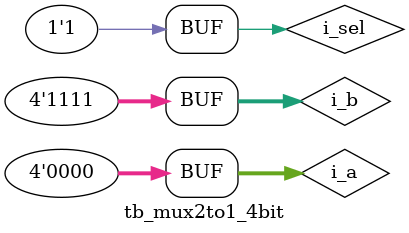
<source format=v>
`timescale 1ns/1ns
module tb_mux2to1_4bit;

reg [3:0] i_a, i_b;
reg i_sel;
wire [3:0] o_out;

mux2to1_4bit m1(i_a, i_b, i_sel, o_out);

initial begin
    i_a = 4'b0000; i_b = 4'b0000; i_sel = 1'b0;
    #100 
    i_a = 4'b1111; i_b = 4'b0000; i_sel = 1'b1;
    #100
    i_a = 4'b0000; i_b = 4'b1111; i_sel = 1'b1;
end

endmodule
</source>
